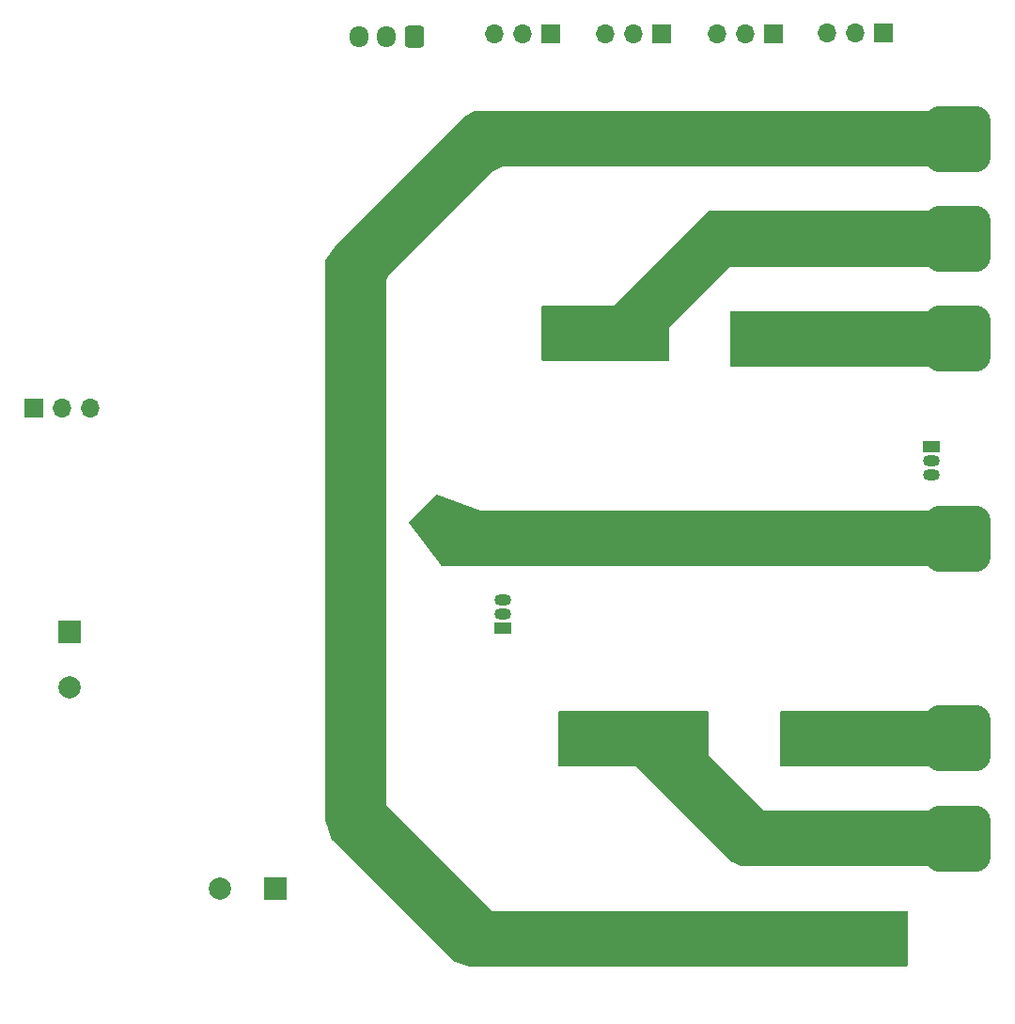
<source format=gbr>
%TF.GenerationSoftware,KiCad,Pcbnew,(6.0.0)*%
%TF.CreationDate,2022-01-17T01:15:48+01:00*%
%TF.ProjectId,DCMotorController,44434d6f-746f-4724-936f-6e74726f6c6c,rev?*%
%TF.SameCoordinates,Original*%
%TF.FileFunction,Soldermask,Bot*%
%TF.FilePolarity,Negative*%
%FSLAX46Y46*%
G04 Gerber Fmt 4.6, Leading zero omitted, Abs format (unit mm)*
G04 Created by KiCad (PCBNEW (6.0.0)) date 2022-01-17 01:15:48*
%MOMM*%
%LPD*%
G01*
G04 APERTURE LIST*
G04 Aperture macros list*
%AMRoundRect*
0 Rectangle with rounded corners*
0 $1 Rounding radius*
0 $2 $3 $4 $5 $6 $7 $8 $9 X,Y pos of 4 corners*
0 Add a 4 corners polygon primitive as box body*
4,1,4,$2,$3,$4,$5,$6,$7,$8,$9,$2,$3,0*
0 Add four circle primitives for the rounded corners*
1,1,$1+$1,$2,$3*
1,1,$1+$1,$4,$5*
1,1,$1+$1,$6,$7*
1,1,$1+$1,$8,$9*
0 Add four rect primitives between the rounded corners*
20,1,$1+$1,$2,$3,$4,$5,0*
20,1,$1+$1,$4,$5,$6,$7,0*
20,1,$1+$1,$6,$7,$8,$9,0*
20,1,$1+$1,$8,$9,$2,$3,0*%
G04 Aperture macros list end*
%ADD10RoundRect,0.250000X0.600000X0.725000X-0.600000X0.725000X-0.600000X-0.725000X0.600000X-0.725000X0*%
%ADD11O,1.700000X1.950000*%
%ADD12R,1.700000X1.700000*%
%ADD13O,1.700000X1.700000*%
%ADD14R,1.500000X1.050000*%
%ADD15O,1.500000X1.050000*%
%ADD16C,2.000000*%
%ADD17RoundRect,1.500000X-1.500000X-1.500000X1.500000X-1.500000X1.500000X1.500000X-1.500000X1.500000X0*%
%ADD18R,2.000000X2.000000*%
G04 APERTURE END LIST*
D10*
%TO.C,1WIRE1*%
X77500000Y-22837500D03*
D11*
X75000000Y-22837500D03*
X72500000Y-22837500D03*
%TD*%
D12*
%TO.C,J2*%
X43225000Y-56250000D03*
D13*
X45765000Y-56250000D03*
X48305000Y-56250000D03*
%TD*%
D14*
%TO.C,U1*%
X124140000Y-59730000D03*
D15*
X124140000Y-61000000D03*
X124140000Y-62270000D03*
%TD*%
D14*
%TO.C,U9*%
X85500000Y-76040000D03*
D15*
X85500000Y-74770000D03*
X85500000Y-73500000D03*
%TD*%
D12*
%TO.C,M1_S1*%
X89770000Y-22520000D03*
D13*
X87230000Y-22520000D03*
X84690000Y-22520000D03*
%TD*%
D12*
%TO.C,M1_S2*%
X99795000Y-22520000D03*
D13*
X97255000Y-22520000D03*
X94715000Y-22520000D03*
%TD*%
D12*
%TO.C,M2_S1*%
X109850000Y-22520000D03*
D13*
X107310000Y-22520000D03*
X104770000Y-22520000D03*
%TD*%
D12*
%TO.C,M2_S2*%
X119790000Y-22500000D03*
D13*
X117250000Y-22500000D03*
X114710000Y-22500000D03*
%TD*%
D16*
%TO.C,C23*%
X79750000Y-66500000D03*
X72250000Y-66500000D03*
%TD*%
D17*
%TO.C,VIN1*%
X126500000Y-68000000D03*
%TD*%
%TO.C,M1-1*%
X126500000Y-41000000D03*
%TD*%
%TO.C,M2+1*%
X126500000Y-86000000D03*
%TD*%
%TO.C,M2-1*%
X126500000Y-95000000D03*
%TD*%
D18*
%TO.C,BZ1*%
X65000000Y-99500000D03*
D16*
X60000000Y-99500000D03*
%TD*%
D17*
%TO.C,GND1*%
X126500000Y-32000000D03*
%TD*%
D18*
%TO.C,C30*%
X46500000Y-76400000D03*
D16*
X46500000Y-81400000D03*
%TD*%
D17*
%TO.C,M1+1*%
X126500000Y-50000000D03*
%TD*%
G36*
X84261931Y-101266002D02*
G01*
X84282905Y-101282905D01*
X84487188Y-101487188D01*
X84510650Y-101500000D01*
X121874000Y-101500000D01*
X121942121Y-101520002D01*
X121988614Y-101573658D01*
X122000000Y-101626000D01*
X122000000Y-106374000D01*
X121979998Y-106442121D01*
X121926342Y-106488614D01*
X121874000Y-106500000D01*
X82520447Y-106500000D01*
X82480603Y-106493534D01*
X82374891Y-106458297D01*
X82316591Y-106417780D01*
X82289451Y-106352176D01*
X82294049Y-106302557D01*
X83755823Y-101429976D01*
X83757747Y-101424092D01*
X83762972Y-101409349D01*
X83767668Y-101397915D01*
X83772999Y-101386554D01*
X83778794Y-101375632D01*
X83785210Y-101364853D01*
X83792043Y-101354558D01*
X83799490Y-101344451D01*
X83807311Y-101334860D01*
X83815695Y-101325553D01*
X83824413Y-101316782D01*
X83833697Y-101308316D01*
X83843228Y-101300446D01*
X83853284Y-101292940D01*
X83863538Y-101286042D01*
X83874273Y-101279562D01*
X83885170Y-101273694D01*
X83896490Y-101268298D01*
X83907892Y-101263534D01*
X83919705Y-101259266D01*
X83931530Y-101255639D01*
X83943676Y-101252557D01*
X83955797Y-101250108D01*
X83968110Y-101248243D01*
X83980602Y-101246983D01*
X83996823Y-101246161D01*
X84003200Y-101246000D01*
X84193810Y-101246000D01*
X84261931Y-101266002D01*
G37*
G36*
X79575967Y-64028488D02*
G01*
X83489388Y-65496020D01*
X83511333Y-65500000D01*
X83568044Y-65500000D01*
X83636165Y-65520002D01*
X83682658Y-65573658D01*
X83692762Y-65643932D01*
X83671267Y-65698256D01*
X80347667Y-70446256D01*
X80292216Y-70490593D01*
X80244444Y-70500000D01*
X80063000Y-70500000D01*
X79994879Y-70479998D01*
X79962200Y-70449600D01*
X77065567Y-66587423D01*
X77040696Y-66520925D01*
X77055725Y-66451537D01*
X77077272Y-66422728D01*
X79442630Y-64057370D01*
X79504942Y-64023344D01*
X79575967Y-64028488D01*
G37*
G36*
X103942121Y-83520002D02*
G01*
X103988614Y-83573658D01*
X104000000Y-83626000D01*
X104000000Y-87481885D01*
X104007530Y-87507530D01*
X104217095Y-87717095D01*
X104251121Y-87779407D01*
X104254000Y-87806190D01*
X104254000Y-88496912D01*
X104253848Y-88503094D01*
X104253081Y-88518709D01*
X104251869Y-88531015D01*
X104250028Y-88543426D01*
X104247616Y-88555552D01*
X104244565Y-88567733D01*
X104240976Y-88579565D01*
X104236752Y-88591371D01*
X104232019Y-88602798D01*
X104226654Y-88614141D01*
X104220822Y-88625052D01*
X104214373Y-88635810D01*
X104207511Y-88646079D01*
X104200033Y-88656163D01*
X104192179Y-88665733D01*
X104183756Y-88675025D01*
X104175025Y-88683756D01*
X104165733Y-88692179D01*
X104156163Y-88700033D01*
X104146079Y-88707511D01*
X104135810Y-88714373D01*
X104125052Y-88720822D01*
X104114141Y-88726654D01*
X104102798Y-88732019D01*
X104091371Y-88736752D01*
X104079565Y-88740976D01*
X104067733Y-88744565D01*
X104055552Y-88747616D01*
X104043426Y-88750028D01*
X104031015Y-88751869D01*
X104018709Y-88753081D01*
X104003094Y-88753848D01*
X103996912Y-88754000D01*
X97806190Y-88754000D01*
X97738069Y-88733998D01*
X97717095Y-88717095D01*
X97512812Y-88512812D01*
X97489350Y-88500000D01*
X90626000Y-88500000D01*
X90557879Y-88479998D01*
X90511386Y-88426342D01*
X90500000Y-88374000D01*
X90500000Y-83626000D01*
X90520002Y-83557879D01*
X90573658Y-83511386D01*
X90626000Y-83500000D01*
X103874000Y-83500000D01*
X103942121Y-83520002D01*
G37*
G36*
X74043060Y-90731996D02*
G01*
X74055367Y-90733007D01*
X74067810Y-90734646D01*
X74079992Y-90736864D01*
X74092208Y-90739715D01*
X74104090Y-90743111D01*
X74115974Y-90747147D01*
X74127473Y-90751693D01*
X74138890Y-90756868D01*
X74149881Y-90762515D01*
X74160751Y-90768792D01*
X74171150Y-90775498D01*
X74181352Y-90782811D01*
X74191033Y-90790497D01*
X74201016Y-90799254D01*
X74208905Y-90806803D01*
X74216649Y-90814885D01*
X74219845Y-90818348D01*
X74968174Y-91660218D01*
X74998481Y-91724421D01*
X75000000Y-91743928D01*
X75000000Y-91981885D01*
X75007530Y-92007530D01*
X77429196Y-94429196D01*
X77434275Y-94434581D01*
X78216241Y-95314293D01*
X78220234Y-95319015D01*
X78230036Y-95331197D01*
X78237303Y-95341195D01*
X78244171Y-95351691D01*
X78250428Y-95362361D01*
X78256238Y-95373488D01*
X78261418Y-95384722D01*
X78266106Y-95396358D01*
X78270157Y-95408032D01*
X78273682Y-95420069D01*
X78276572Y-95432104D01*
X78278901Y-95444439D01*
X78280595Y-95456672D01*
X78281704Y-95469162D01*
X78282192Y-95481521D01*
X78282071Y-95494068D01*
X78281345Y-95506414D01*
X78279994Y-95518894D01*
X78278061Y-95531109D01*
X78275496Y-95543382D01*
X78272376Y-95555348D01*
X78268618Y-95567318D01*
X78264342Y-95578913D01*
X78259427Y-95590463D01*
X78254028Y-95601599D01*
X78248007Y-95612605D01*
X78241550Y-95623145D01*
X78234481Y-95633506D01*
X78227022Y-95643362D01*
X78218969Y-95652984D01*
X78210573Y-95662070D01*
X78201614Y-95670857D01*
X78192373Y-95679071D01*
X78182598Y-95686936D01*
X78172601Y-95694201D01*
X78162105Y-95701069D01*
X78151435Y-95707326D01*
X78140308Y-95713136D01*
X78129074Y-95718316D01*
X78117438Y-95723004D01*
X78105764Y-95727055D01*
X78093727Y-95730580D01*
X78081692Y-95733470D01*
X78069357Y-95735799D01*
X78057121Y-95737493D01*
X78044752Y-95738591D01*
X78032162Y-95739077D01*
X78015816Y-95738889D01*
X78009405Y-95738652D01*
X70301482Y-95256907D01*
X70234742Y-95232694D01*
X70220247Y-95220247D01*
X70058949Y-95058949D01*
X70024923Y-94996637D01*
X70022592Y-94967774D01*
X69540104Y-93520312D01*
X69522533Y-93495029D01*
X69500000Y-93423122D01*
X69500000Y-93284726D01*
X69520002Y-93216605D01*
X69564809Y-93174582D01*
X73902405Y-90764806D01*
X73907883Y-90761936D01*
X73921900Y-90755026D01*
X73933242Y-90750111D01*
X73944984Y-90745693D01*
X73956760Y-90741911D01*
X73968877Y-90738666D01*
X73980971Y-90736056D01*
X73993360Y-90734013D01*
X74005630Y-90732603D01*
X74018141Y-90731784D01*
X74030520Y-90731583D01*
X74043060Y-90731996D01*
G37*
G36*
X107912075Y-91419711D02*
G01*
X107941697Y-91441697D01*
X108987188Y-92487188D01*
X109010650Y-92500000D01*
X109087460Y-92500000D01*
X109155581Y-92520002D01*
X109202074Y-92573658D01*
X109212178Y-92643932D01*
X109204448Y-92672795D01*
X107305248Y-97420795D01*
X107261377Y-97476615D01*
X107188260Y-97500000D01*
X107029745Y-97500000D01*
X106973396Y-97486698D01*
X106018286Y-97009143D01*
X105985540Y-96985540D01*
X105858542Y-96858542D01*
X105824516Y-96796230D01*
X105829223Y-96726387D01*
X107734188Y-91487732D01*
X107776266Y-91430549D01*
X107842579Y-91405191D01*
X107912075Y-91419711D01*
G37*
G36*
X108913585Y-92419669D02*
G01*
X108939712Y-92439712D01*
X108987188Y-92487188D01*
X109010650Y-92500000D01*
X124874000Y-92500000D01*
X124942121Y-92520002D01*
X124988614Y-92573658D01*
X125000000Y-92626000D01*
X125000000Y-97374000D01*
X124979998Y-97442121D01*
X124926342Y-97488614D01*
X124874000Y-97500000D01*
X107029745Y-97500000D01*
X106973396Y-97486698D01*
X106875725Y-97437862D01*
X106823741Y-97389506D01*
X106806152Y-97320723D01*
X106815086Y-97278369D01*
X108733629Y-92482012D01*
X108777500Y-92426192D01*
X108844585Y-92402951D01*
X108913585Y-92419669D01*
G37*
G36*
X83345873Y-65442202D02*
G01*
X83489388Y-65496020D01*
X83511333Y-65500000D01*
X124374000Y-65500000D01*
X124442121Y-65520002D01*
X124488614Y-65573658D01*
X124500000Y-65626000D01*
X124500000Y-70374000D01*
X124479998Y-70442121D01*
X124426342Y-70488614D01*
X124374000Y-70500000D01*
X80063000Y-70500000D01*
X79994879Y-70479998D01*
X79962200Y-70449601D01*
X79894418Y-70359226D01*
X79869547Y-70292728D01*
X79884576Y-70223340D01*
X79891995Y-70211369D01*
X83198408Y-65487923D01*
X83253859Y-65443586D01*
X83324477Y-65436268D01*
X83345873Y-65442202D01*
G37*
G36*
X124442121Y-47520002D02*
G01*
X124488614Y-47573658D01*
X124500000Y-47626000D01*
X124500000Y-52374000D01*
X124479998Y-52442121D01*
X124426342Y-52488614D01*
X124374000Y-52500000D01*
X106126000Y-52500000D01*
X106057879Y-52479998D01*
X106011386Y-52426342D01*
X106000000Y-52374000D01*
X106000000Y-47626000D01*
X106020002Y-47557879D01*
X106073658Y-47511386D01*
X106126000Y-47500000D01*
X124374000Y-47500000D01*
X124442121Y-47520002D01*
G37*
G36*
X104256381Y-38520002D02*
G01*
X104305248Y-38579205D01*
X106204448Y-43327205D01*
X106211176Y-43397882D01*
X106178625Y-43460977D01*
X106117130Y-43496457D01*
X106087460Y-43500000D01*
X106018115Y-43500000D01*
X105992470Y-43507530D01*
X100512812Y-48987188D01*
X100500000Y-49010650D01*
X100500000Y-49307020D01*
X100479998Y-49375141D01*
X100463095Y-49396115D01*
X100181796Y-49677414D01*
X100177320Y-49681677D01*
X100165729Y-49692183D01*
X100156163Y-49700033D01*
X100146079Y-49707511D01*
X100135810Y-49714373D01*
X100125052Y-49720822D01*
X100114141Y-49726654D01*
X100102798Y-49732019D01*
X100091371Y-49736752D01*
X100079565Y-49740976D01*
X100067733Y-49744565D01*
X100055552Y-49747616D01*
X100043426Y-49750028D01*
X100031015Y-49751869D01*
X100018705Y-49753081D01*
X100006178Y-49753696D01*
X99993822Y-49753696D01*
X99981295Y-49753081D01*
X99968984Y-49751869D01*
X99955684Y-49749896D01*
X99945293Y-49747906D01*
X99935313Y-49745556D01*
X99931040Y-49744470D01*
X94436151Y-48245864D01*
X94430222Y-48244090D01*
X94415357Y-48239240D01*
X94403812Y-48234835D01*
X94392312Y-48229789D01*
X94381240Y-48224268D01*
X94370309Y-48218129D01*
X94359840Y-48211554D01*
X94349547Y-48204362D01*
X94339776Y-48196795D01*
X94330252Y-48188642D01*
X94321258Y-48180143D01*
X94312570Y-48171085D01*
X94304460Y-48161754D01*
X94296706Y-48151894D01*
X94289549Y-48141812D01*
X94282801Y-48131243D01*
X94276667Y-48120507D01*
X94270979Y-48109311D01*
X94265924Y-48098022D01*
X94261365Y-48086332D01*
X94257446Y-48074615D01*
X94254057Y-48062546D01*
X94251302Y-48050489D01*
X94249109Y-48038126D01*
X94247549Y-48025857D01*
X94246580Y-48013356D01*
X94246230Y-48000999D01*
X94246491Y-47988446D01*
X94247355Y-47976105D01*
X94248844Y-47963653D01*
X94250914Y-47951458D01*
X94253618Y-47939206D01*
X94256869Y-47927286D01*
X94260758Y-47915364D01*
X94265165Y-47903812D01*
X94270211Y-47892312D01*
X94275732Y-47881240D01*
X94281871Y-47870309D01*
X94288446Y-47859840D01*
X94295638Y-47849547D01*
X94303204Y-47839777D01*
X94312788Y-47828581D01*
X94318184Y-47822669D01*
X94319818Y-47820989D01*
X94321046Y-47819744D01*
X95103885Y-47036905D01*
X95166197Y-47002879D01*
X95192980Y-47000000D01*
X95481885Y-47000000D01*
X95507530Y-46992470D01*
X103963095Y-38536905D01*
X104025407Y-38502879D01*
X104052190Y-38500000D01*
X104188260Y-38500000D01*
X104256381Y-38520002D01*
G37*
G36*
X124442121Y-29520002D02*
G01*
X124488614Y-29573658D01*
X124500000Y-29626000D01*
X124500000Y-34374000D01*
X124479998Y-34442121D01*
X124426342Y-34488614D01*
X124374000Y-34500000D01*
X85514668Y-34500000D01*
X85486881Y-34506560D01*
X85026354Y-34736823D01*
X84956480Y-34749397D01*
X84939397Y-34746351D01*
X84932273Y-34744567D01*
X84920435Y-34740976D01*
X84908629Y-34736752D01*
X84897202Y-34732019D01*
X84885859Y-34726654D01*
X84874948Y-34720822D01*
X84864190Y-34714373D01*
X84853921Y-34707511D01*
X84843837Y-34700033D01*
X84834267Y-34692179D01*
X84824975Y-34683756D01*
X84816244Y-34675025D01*
X84807821Y-34665733D01*
X84799967Y-34656163D01*
X84792489Y-34646079D01*
X84785627Y-34635810D01*
X84779178Y-34625052D01*
X84773344Y-34614137D01*
X84766852Y-34600410D01*
X84763768Y-34593336D01*
X82815086Y-29721631D01*
X82808358Y-29650954D01*
X82840909Y-29587859D01*
X82875725Y-29562138D01*
X82973396Y-29513302D01*
X83029745Y-29500000D01*
X124374000Y-29500000D01*
X124442121Y-29520002D01*
G37*
G36*
X69736131Y-42801122D02*
G01*
X75048809Y-44250035D01*
X75109266Y-44287256D01*
X75140003Y-44351254D01*
X75132644Y-44418390D01*
X75004464Y-44738839D01*
X75000000Y-44762020D01*
X75000000Y-91981885D01*
X75007530Y-92007530D01*
X75217095Y-92217095D01*
X75251121Y-92279407D01*
X75254000Y-92306190D01*
X75254000Y-93996912D01*
X75253848Y-94003094D01*
X75253081Y-94018709D01*
X75251869Y-94031015D01*
X75250028Y-94043426D01*
X75247616Y-94055552D01*
X75244565Y-94067733D01*
X75240976Y-94079565D01*
X75236752Y-94091371D01*
X75232019Y-94102798D01*
X75226654Y-94114141D01*
X75220822Y-94125052D01*
X75214373Y-94135810D01*
X75207511Y-94146079D01*
X75200033Y-94156163D01*
X75192179Y-94165733D01*
X75183756Y-94175025D01*
X75175025Y-94183756D01*
X75165733Y-94192179D01*
X75156163Y-94200033D01*
X75146079Y-94207511D01*
X75135810Y-94214373D01*
X75125052Y-94220822D01*
X75114141Y-94226654D01*
X75102798Y-94232019D01*
X75091371Y-94236752D01*
X75079565Y-94240976D01*
X75067733Y-94244565D01*
X75055552Y-94247616D01*
X75043426Y-94250028D01*
X75031015Y-94251869D01*
X75018712Y-94253081D01*
X75005955Y-94253708D01*
X74994054Y-94253730D01*
X74979851Y-94253085D01*
X74974160Y-94252698D01*
X69704116Y-93773604D01*
X69638085Y-93747516D01*
X69595989Y-93687966D01*
X69540104Y-93520312D01*
X69522533Y-93495029D01*
X69500000Y-93423122D01*
X69500000Y-43038149D01*
X69521162Y-42968257D01*
X69598140Y-42852790D01*
X69652569Y-42807205D01*
X69723003Y-42798283D01*
X69736131Y-42801122D01*
G37*
G36*
X84261931Y-101266002D02*
G01*
X84282905Y-101282905D01*
X84487188Y-101487188D01*
X84510650Y-101500000D01*
X94031223Y-101500000D01*
X94099344Y-101520002D01*
X94145837Y-101573658D01*
X94155941Y-101643932D01*
X94126447Y-101708512D01*
X94081462Y-101741551D01*
X83161062Y-106489551D01*
X83110823Y-106500000D01*
X82520447Y-106500000D01*
X82480602Y-106493534D01*
X81028217Y-106009406D01*
X80978967Y-105978967D01*
X80880413Y-105880413D01*
X80846387Y-105818101D01*
X80851452Y-105747286D01*
X80859364Y-105730127D01*
X83276465Y-101379345D01*
X83279600Y-101374015D01*
X83287856Y-101360734D01*
X83294890Y-101350568D01*
X83302523Y-101340617D01*
X83310524Y-101331183D01*
X83319102Y-101322022D01*
X83327987Y-101313421D01*
X83337416Y-101305150D01*
X83347097Y-101297464D01*
X83357299Y-101290151D01*
X83367698Y-101283445D01*
X83378568Y-101277168D01*
X83389559Y-101271521D01*
X83400976Y-101266346D01*
X83412475Y-101261800D01*
X83424359Y-101257764D01*
X83436241Y-101254368D01*
X83448457Y-101251517D01*
X83460633Y-101249300D01*
X83473587Y-101247593D01*
X83484891Y-101246619D01*
X83497415Y-101246106D01*
X83502572Y-101246000D01*
X84193810Y-101246000D01*
X84261931Y-101266002D01*
G37*
G36*
X74512817Y-91246552D02*
G01*
X74525321Y-91247494D01*
X74537610Y-91249030D01*
X74549967Y-91251196D01*
X74562013Y-91253922D01*
X74574101Y-91257288D01*
X74585835Y-91261185D01*
X74597536Y-91265720D01*
X74608841Y-91270753D01*
X74620037Y-91276412D01*
X74630783Y-91282524D01*
X74641369Y-91289252D01*
X74651472Y-91296392D01*
X74662000Y-91304637D01*
X74670137Y-91311587D01*
X74677961Y-91318866D01*
X74681231Y-91322021D01*
X74963095Y-91603885D01*
X74997121Y-91666197D01*
X75000000Y-91692980D01*
X75000000Y-91981885D01*
X75007530Y-92007530D01*
X84487188Y-101487188D01*
X84510650Y-101500000D01*
X84807020Y-101500000D01*
X84875141Y-101520002D01*
X84896115Y-101536905D01*
X85677414Y-102318204D01*
X85681677Y-102322680D01*
X85692183Y-102334271D01*
X85700033Y-102343837D01*
X85707511Y-102353921D01*
X85714373Y-102364190D01*
X85720822Y-102374948D01*
X85726654Y-102385859D01*
X85732019Y-102397202D01*
X85736752Y-102408629D01*
X85740976Y-102420435D01*
X85744565Y-102432267D01*
X85747616Y-102444448D01*
X85750028Y-102456574D01*
X85751869Y-102468985D01*
X85753081Y-102481295D01*
X85753696Y-102493822D01*
X85753696Y-102506178D01*
X85753081Y-102518705D01*
X85751869Y-102531015D01*
X85750028Y-102543426D01*
X85747616Y-102555552D01*
X85744565Y-102567733D01*
X85740976Y-102579565D01*
X85736752Y-102591371D01*
X85732019Y-102602798D01*
X85726654Y-102614141D01*
X85720822Y-102625052D01*
X85714373Y-102635810D01*
X85707511Y-102646079D01*
X85700033Y-102656163D01*
X85692179Y-102665733D01*
X85683756Y-102675025D01*
X85675026Y-102683755D01*
X85664054Y-102693701D01*
X85658045Y-102698815D01*
X85656557Y-102700003D01*
X85655299Y-102700994D01*
X81342833Y-106055135D01*
X81276781Y-106081169D01*
X81225631Y-106075211D01*
X81028217Y-106009406D01*
X80978967Y-105978967D01*
X70100926Y-95100926D01*
X70066900Y-95038614D01*
X70071965Y-94967799D01*
X70112664Y-94912373D01*
X71660121Y-93708795D01*
X71666836Y-93699471D01*
X71661071Y-93696459D01*
X71621986Y-93692906D01*
X71555956Y-93666819D01*
X71514512Y-93609174D01*
X71510812Y-93538274D01*
X71546032Y-93476629D01*
X71556037Y-93467966D01*
X74341617Y-91301404D01*
X74346592Y-91297727D01*
X74359403Y-91288736D01*
X74369852Y-91282143D01*
X74380764Y-91275984D01*
X74391834Y-91270434D01*
X74403318Y-91265367D01*
X74414846Y-91260942D01*
X74426772Y-91257023D01*
X74438706Y-91253742D01*
X74450950Y-91251014D01*
X74463130Y-91248921D01*
X74475579Y-91247406D01*
X74487920Y-91246516D01*
X74500472Y-91246229D01*
X74512817Y-91246552D01*
G37*
G36*
X82264920Y-29949892D02*
G01*
X82290653Y-29978073D01*
X85209622Y-34356527D01*
X85212930Y-34361763D01*
X85220961Y-34375196D01*
X85226770Y-34386090D01*
X85232120Y-34397430D01*
X85236844Y-34408867D01*
X85241063Y-34420697D01*
X85244642Y-34432543D01*
X85247675Y-34444709D01*
X85250072Y-34456825D01*
X85251900Y-34469234D01*
X85253100Y-34481544D01*
X85253703Y-34494082D01*
X85253690Y-34506451D01*
X85253061Y-34518983D01*
X85251835Y-34531289D01*
X85249981Y-34543696D01*
X85247559Y-34555811D01*
X85244499Y-34567976D01*
X85240894Y-34579814D01*
X85236653Y-34591627D01*
X85231903Y-34603059D01*
X85231254Y-34604427D01*
X85183984Y-34657399D01*
X85173764Y-34663118D01*
X84509086Y-34995457D01*
X84492815Y-35007185D01*
X75175718Y-44324282D01*
X75161914Y-44345216D01*
X75004464Y-44738839D01*
X75000000Y-44762020D01*
X75000000Y-44807020D01*
X74979998Y-44875141D01*
X74963095Y-44896115D01*
X74681796Y-45177414D01*
X74677320Y-45181677D01*
X74665729Y-45192183D01*
X74656163Y-45200033D01*
X74646079Y-45207511D01*
X74635810Y-45214373D01*
X74625052Y-45220822D01*
X74614141Y-45226654D01*
X74602798Y-45232019D01*
X74591371Y-45236752D01*
X74579565Y-45240976D01*
X74567733Y-45244565D01*
X74555552Y-45247616D01*
X74543426Y-45250028D01*
X74531015Y-45251869D01*
X74518705Y-45253081D01*
X74506178Y-45253696D01*
X74493822Y-45253696D01*
X74481295Y-45253081D01*
X74468985Y-45251869D01*
X74456574Y-45250028D01*
X74444448Y-45247616D01*
X74432267Y-45244565D01*
X74420435Y-45240976D01*
X74408629Y-45236752D01*
X74397202Y-45232019D01*
X74385859Y-45226654D01*
X74374948Y-45220822D01*
X74364190Y-45214373D01*
X74353921Y-45207511D01*
X74342154Y-45198785D01*
X74335721Y-45193681D01*
X74333512Y-45191808D01*
X74332026Y-45190529D01*
X70441057Y-41785931D01*
X70402963Y-41726020D01*
X70403306Y-41655024D01*
X70419191Y-41621214D01*
X70493080Y-41510380D01*
X70508823Y-41491177D01*
X81985540Y-30014460D01*
X82018286Y-29990857D01*
X82129466Y-29935267D01*
X82199340Y-29922693D01*
X82264920Y-29949892D01*
G37*
G36*
X83274229Y-29520002D02*
G01*
X83318806Y-29569651D01*
X85692806Y-34317651D01*
X85705380Y-34387525D01*
X85678181Y-34453105D01*
X85619845Y-34493570D01*
X85580108Y-34500000D01*
X85514668Y-34500000D01*
X85486881Y-34506560D01*
X84509086Y-34995457D01*
X84492815Y-35007185D01*
X84434293Y-35065707D01*
X84371981Y-35099733D01*
X84301166Y-35094668D01*
X84244330Y-35052121D01*
X84232500Y-35032961D01*
X81851293Y-30270548D01*
X81838719Y-30200674D01*
X81865918Y-30135094D01*
X81874896Y-30125104D01*
X81985540Y-30014460D01*
X82018286Y-29990857D01*
X82973396Y-29513302D01*
X83029745Y-29500000D01*
X83206108Y-29500000D01*
X83274229Y-29520002D01*
G37*
G36*
X70772545Y-41335452D02*
G01*
X75591460Y-43263018D01*
X75597143Y-43265455D01*
X75611362Y-43271969D01*
X75622336Y-43277663D01*
X75633187Y-43283988D01*
X75643553Y-43290733D01*
X75653712Y-43298077D01*
X75663367Y-43305805D01*
X75672761Y-43314113D01*
X75681612Y-43322752D01*
X75690161Y-43331957D01*
X75698117Y-43341413D01*
X75705701Y-43351382D01*
X75712696Y-43361580D01*
X75719290Y-43372283D01*
X75725251Y-43383114D01*
X75730744Y-43394370D01*
X75735617Y-43405740D01*
X75739993Y-43417516D01*
X75743727Y-43429306D01*
X75746919Y-43441422D01*
X75749477Y-43453514D01*
X75751471Y-43465912D01*
X75752833Y-43478200D01*
X75753602Y-43490728D01*
X75753753Y-43503101D01*
X75753290Y-43515630D01*
X75752228Y-43527944D01*
X75750538Y-43540380D01*
X75748274Y-43552535D01*
X75745376Y-43564734D01*
X75741932Y-43576609D01*
X75736838Y-43591413D01*
X75734682Y-43597211D01*
X75632215Y-43853378D01*
X75604322Y-43895678D01*
X75175718Y-44324282D01*
X75161914Y-44345216D01*
X75004464Y-44738839D01*
X75000000Y-44762020D01*
X75000000Y-45409651D01*
X74990988Y-45456446D01*
X74736982Y-46091460D01*
X74734545Y-46097143D01*
X74728031Y-46111362D01*
X74722337Y-46122336D01*
X74716012Y-46133187D01*
X74709267Y-46143553D01*
X74701923Y-46153712D01*
X74694195Y-46163367D01*
X74685887Y-46172761D01*
X74677248Y-46181612D01*
X74668043Y-46190161D01*
X74658587Y-46198117D01*
X74648618Y-46205701D01*
X74638420Y-46212696D01*
X74627717Y-46219290D01*
X74616886Y-46225251D01*
X74605630Y-46230744D01*
X74594260Y-46235617D01*
X74582484Y-46239993D01*
X74570694Y-46243727D01*
X74558578Y-46246919D01*
X74546486Y-46249477D01*
X74534088Y-46251471D01*
X74521800Y-46252833D01*
X74509272Y-46253602D01*
X74496899Y-46253753D01*
X74484370Y-46253290D01*
X74472056Y-46252228D01*
X74459620Y-46250538D01*
X74447465Y-46248274D01*
X74435266Y-46245376D01*
X74423392Y-46241932D01*
X74411520Y-46237847D01*
X74400039Y-46233255D01*
X74387592Y-46227553D01*
X74378602Y-46222991D01*
X74370997Y-46218741D01*
X74367638Y-46216795D01*
X69561174Y-43332916D01*
X69513051Y-43280717D01*
X69500000Y-43224872D01*
X69500000Y-43038149D01*
X69521162Y-42968257D01*
X70493080Y-41510380D01*
X70508823Y-41491177D01*
X70636655Y-41363345D01*
X70698967Y-41329319D01*
X70772545Y-41335452D01*
G37*
G36*
X103506391Y-86746309D02*
G01*
X103518734Y-86746921D01*
X103531219Y-86748156D01*
X103543455Y-86749977D01*
X103555767Y-86752432D01*
X103567756Y-86755440D01*
X103579750Y-86759084D01*
X103591397Y-86763258D01*
X103602986Y-86768065D01*
X103614161Y-86773357D01*
X103625231Y-86779281D01*
X103635833Y-86785642D01*
X103646255Y-86792613D01*
X103656179Y-86799981D01*
X103667087Y-86808941D01*
X103674010Y-86815066D01*
X103678509Y-86819351D01*
X103680705Y-86821495D01*
X103963095Y-87103885D01*
X103997121Y-87166197D01*
X104000000Y-87192980D01*
X104000000Y-87481885D01*
X104007530Y-87507530D01*
X108987188Y-92487188D01*
X109010650Y-92500000D01*
X109069838Y-92500000D01*
X109137959Y-92520002D01*
X109184452Y-92573658D01*
X109194556Y-92643932D01*
X109174676Y-92695892D01*
X106290653Y-97021927D01*
X106236224Y-97067512D01*
X106165790Y-97076434D01*
X106129466Y-97064733D01*
X106018286Y-97009143D01*
X105985540Y-96985540D01*
X97512812Y-88512812D01*
X97489350Y-88500000D01*
X97476243Y-88500000D01*
X97408122Y-88479998D01*
X97361629Y-88426342D01*
X97351525Y-88356068D01*
X97381019Y-88291488D01*
X97445684Y-88251762D01*
X103435394Y-86754335D01*
X103441422Y-86752984D01*
X103456768Y-86749938D01*
X103469007Y-86748128D01*
X103481494Y-86746904D01*
X103493846Y-86746303D01*
X103506391Y-86746309D01*
G37*
G36*
X124442121Y-38520002D02*
G01*
X124488614Y-38573658D01*
X124500000Y-38626000D01*
X124500000Y-43374000D01*
X124479998Y-43442121D01*
X124426342Y-43488614D01*
X124374000Y-43500000D01*
X106018115Y-43500000D01*
X105992470Y-43507530D01*
X105939712Y-43560288D01*
X105877400Y-43594314D01*
X105806585Y-43589249D01*
X105749749Y-43546702D01*
X105733629Y-43517988D01*
X103835452Y-38772545D01*
X103828724Y-38701868D01*
X103863345Y-38636655D01*
X103963095Y-38536905D01*
X104025407Y-38502879D01*
X104052190Y-38500000D01*
X124374000Y-38500000D01*
X124442121Y-38520002D01*
G37*
G36*
X100503094Y-46746152D02*
G01*
X100518709Y-46746919D01*
X100531015Y-46748131D01*
X100543426Y-46749972D01*
X100555552Y-46752384D01*
X100567733Y-46755435D01*
X100579565Y-46759024D01*
X100591371Y-46763248D01*
X100602798Y-46767981D01*
X100614141Y-46773346D01*
X100625052Y-46779178D01*
X100635810Y-46785627D01*
X100646079Y-46792489D01*
X100656163Y-46799967D01*
X100665733Y-46807821D01*
X100675025Y-46816244D01*
X100683756Y-46824975D01*
X100692179Y-46834267D01*
X100700033Y-46843837D01*
X100707511Y-46853921D01*
X100714373Y-46864190D01*
X100720822Y-46874948D01*
X100726654Y-46885859D01*
X100732019Y-46897202D01*
X100736752Y-46908629D01*
X100740976Y-46920435D01*
X100744565Y-46932267D01*
X100747616Y-46944448D01*
X100750028Y-46956574D01*
X100751869Y-46968985D01*
X100753081Y-46981291D01*
X100753848Y-46996906D01*
X100754000Y-47003088D01*
X100754000Y-48693810D01*
X100733998Y-48761931D01*
X100717095Y-48782905D01*
X100512812Y-48987188D01*
X100500000Y-49010650D01*
X100500000Y-51874000D01*
X100479998Y-51942121D01*
X100426342Y-51988614D01*
X100374000Y-52000000D01*
X89126000Y-52000000D01*
X89057879Y-51979998D01*
X89011386Y-51926342D01*
X89000000Y-51874000D01*
X89000000Y-47126000D01*
X89020002Y-47057879D01*
X89073658Y-47011386D01*
X89126000Y-47000000D01*
X95481885Y-47000000D01*
X95507530Y-46992470D01*
X95717095Y-46782905D01*
X95779407Y-46748879D01*
X95806190Y-46746000D01*
X100496912Y-46746000D01*
X100503094Y-46746152D01*
G37*
G36*
X124442121Y-83520002D02*
G01*
X124488614Y-83573658D01*
X124500000Y-83626000D01*
X124500000Y-88374000D01*
X124479998Y-88442121D01*
X124426342Y-88488614D01*
X124374000Y-88500000D01*
X110626000Y-88500000D01*
X110557879Y-88479998D01*
X110511386Y-88426342D01*
X110500000Y-88374000D01*
X110500000Y-83626000D01*
X110520002Y-83557879D01*
X110573658Y-83511386D01*
X110626000Y-83500000D01*
X124374000Y-83500000D01*
X124442121Y-83520002D01*
G37*
M02*

</source>
